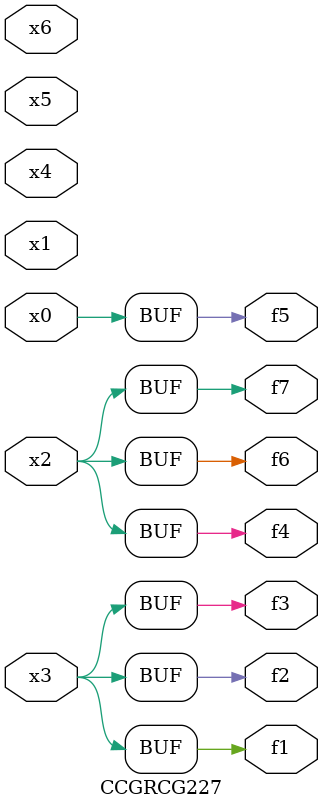
<source format=v>
module CCGRCG227(
	input x0, x1, x2, x3, x4, x5, x6,
	output f1, f2, f3, f4, f5, f6, f7
);
	assign f1 = x3;
	assign f2 = x3;
	assign f3 = x3;
	assign f4 = x2;
	assign f5 = x0;
	assign f6 = x2;
	assign f7 = x2;
endmodule

</source>
